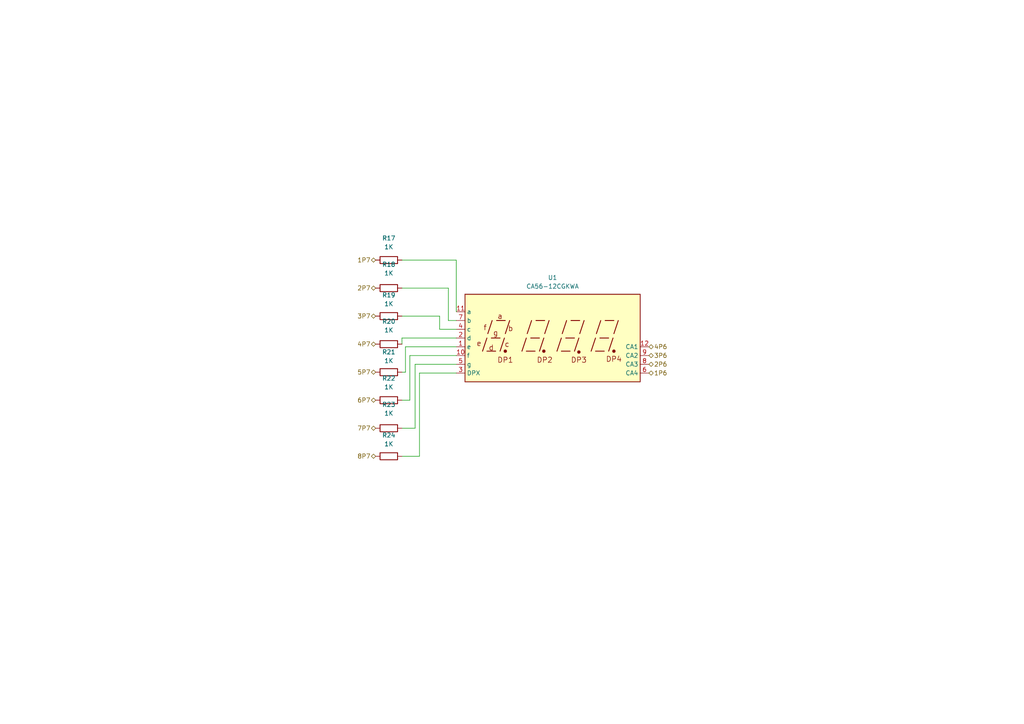
<source format=kicad_sch>
(kicad_sch (version 20230121) (generator eeschema)
  (paper "A4")
  (lib_symbols
    (symbol "Device:R" (pin_numbers hide) (pin_names (offset 0))
      (property "Reference" "R" (at 2.032 0 90))
      (property "Value" "R" (at 0 0 90))
      (symbol "R_0_1"
        (rectangle (start -1.016 -2.54) (end 1.016 2.54) (stroke (width 0.254)))
      )
      (symbol "R_1_1"
        (pin passive line (at 0 3.81 270) (length 1.27) (name "~") (number "1"))
        (pin passive line (at 0 -3.81 90) (length 1.27) (name "~") (number "2"))
      )
    )
    (symbol "Display_Character:CA56-12CGKWA"
      (property "Reference" "U" (at -24.13 13.97 0))
      (property "Value" "CA56-12CGKWA" (at 17.78 13.97 0))
      (symbol "CA56-12CGKWA_0_0"
        (rectangle (start -25.4 12.7) (end 25.4 -12.7) (stroke (width 0.254)) (fill (type background)))
        (polyline (pts (xy -20.32 -3.81) (xy -19.05 0)) (stroke (width 0.254)))
        (polyline (pts (xy -19.05 -3.81) (xy -16.51 -3.81)) (stroke (width 0.254)))
        (polyline (pts (xy -18.796 1.27) (xy -17.526 5.08)) (stroke (width 0.254)))
        (polyline (pts (xy -17.78 0) (xy -15.24 0)) (stroke (width 0.254)))
        (polyline (pts (xy -16.256 5.08) (xy -13.716 5.08)) (stroke (width 0.254)))
        (polyline (pts (xy -15.24 -3.81) (xy -13.97 0)) (stroke (width 0.254)))
        (polyline (pts (xy -13.716 1.27) (xy -12.446 5.08)) (stroke (width 0.254)))
        (polyline (pts (xy -8.89 -3.81) (xy -7.62 0)) (stroke (width 0.254)))
        (polyline (pts (xy -7.62 -3.81) (xy -5.08 -3.81)) (stroke (width 0.254)))
        (polyline (pts (xy -7.366 1.27) (xy -6.096 5.08)) (stroke (width 0.254)))
        (polyline (pts (xy -6.35 0) (xy -3.81 0)) (stroke (width 0.254)))
        (polyline (pts (xy -4.826 5.08) (xy -2.286 5.08)) (stroke (width 0.254)))
        (polyline (pts (xy -3.81 -3.81) (xy -2.54 0)) (stroke (width 0.254)))
        (polyline (pts (xy -2.286 1.27) (xy -1.016 5.08)) (stroke (width 0.254)))
        (polyline (pts (xy 1.27 -3.81) (xy 2.54 0)) (stroke (width 0.254)))
        (polyline (pts (xy 2.54 -3.81) (xy 5.08 -3.81)) (stroke (width 0.254)))
        (polyline (pts (xy 2.794 1.27) (xy 4.064 5.08)) (stroke (width 0.254)))
        (polyline (pts (xy 3.81 0) (xy 6.35 0)) (stroke (width 0.254)))
        (polyline (pts (xy 5.334 5.08) (xy 7.874 5.08)) (stroke (width 0.254)))
        (polyline (pts (xy 6.35 -3.81) (xy 7.62 0)) (stroke (width 0.254)))
        (polyline (pts (xy 7.874 1.27) (xy 9.144 5.08)) (stroke (width 0.254)))
        (polyline (pts (xy 11.176 -3.81) (xy 12.446 0)) (stroke (width 0.254)))
        (polyline (pts (xy 12.446 -3.81) (xy 14.986 -3.81)) (stroke (width 0.254)))
        (polyline (pts (xy 12.7 1.27) (xy 13.97 5.08)) (stroke (width 0.254)))
        (polyline (pts (xy 13.716 0) (xy 16.256 0)) (stroke (width 0.254)))
        (polyline (pts (xy 15.24 5.08) (xy 17.78 5.08)) (stroke (width 0.254)))
        (polyline (pts (xy 16.256 -3.81) (xy 17.526 0)) (stroke (width 0.254)))
        (polyline (pts (xy 17.78 1.27) (xy 19.05 5.08)) (stroke (width 0.254)))
        (text "a" (at -15.24 6.35 0) (effects (font (size 1.524 1.524))))
        (text "b" (at -12.192 2.794 0) (effects (font (size 1.524 1.524))))
        (text "c" (at -13.208 -1.778 0) (effects (font (size 1.524 1.524))))
        (text "d" (at -17.78 -2.794 0) (effects (font (size 1.524 1.524))))
        (text "DP1" (at -13.716 -6.35 0) (effects (font (size 1.524 1.524))))
        (text "DP2" (at -2.286 -6.35 0) (effects (font (size 1.524 1.524))))
        (text "DP3" (at 7.62 -6.35 0) (effects (font (size 1.524 1.524))))
        (text "DP4" (at 17.78 -6.096 0) (effects (font (size 1.524 1.524))))
        (text "e" (at -21.336 -1.524 0) (effects (font (size 1.524 1.524))))
        (text "f" (at -19.558 3.048 0) (effects (font (size 1.524 1.524))))
        (text "g" (at -16.51 1.524 0) (effects (font (size 1.524 1.524))))
      )
      (symbol "CA56-12CGKWA_0_1"
        (circle (center -13.716 -3.81) (radius 0.3556) (stroke (width 0.254)) (fill (type outline)))
        (circle (center -2.54 -3.81) (radius 0.3556) (stroke (width 0.254)) (fill (type outline)))
      )
      (symbol "CA56-12CGKWA_1_0"
        (circle (center 7.62 -4.064) (radius 0.3556) (stroke (width 0.254)) (fill (type outline)))
        (circle (center 17.78 -3.81) (radius 0.3556) (stroke (width 0.254)) (fill (type outline)))
      )
      (symbol "CA56-12CGKWA_1_1"
        (pin input line (at -27.94 -2.54 0) (length 2.54) (name "e") (number "1"))
        (pin input line (at -27.94 -5.08 0) (length 2.54) (name "f") (number "10"))
        (pin input line (at -27.94 7.62 0) (length 2.54) (name "a") (number "11"))
        (pin input line (at 27.94 -2.54 180) (length 2.54) (name "CA1") (number "12"))
        (pin input line (at -27.94 0 0) (length 2.54) (name "d") (number "2"))
        (pin input line (at -27.94 -10.16 0) (length 2.54) (name "DPX") (number "3"))
        (pin input line (at -27.94 2.54 0) (length 2.54) (name "c") (number "4"))
        (pin input line (at -27.94 -7.62 0) (length 2.54) (name "g") (number "5"))
        (pin input line (at 27.94 -10.16 180) (length 2.54) (name "CA4") (number "6"))
        (pin input line (at -27.94 5.08 0) (length 2.54) (name "b") (number "7"))
        (pin input line (at 27.94 -7.62 180) (length 2.54) (name "CA3") (number "8"))
        (pin input line (at 27.94 -5.08 180) (length 2.54) (name "CA2") (number "9"))
      )
    )
  )
  (wire (pts (xy 120.396 124.206) (xy 116.586 124.206)))
  (wire (pts (xy 116.586 75.438) (xy 132.334 75.438)))
  (wire (pts (xy 121.666 108.204) (xy 121.666 132.334)))
  (wire (pts (xy 118.872 116.078) (xy 116.586 116.078)))
  (wire (pts (xy 132.334 75.438) (xy 132.334 90.424)))
  (wire (pts (xy 120.396 105.664) (xy 120.396 124.206)))
  (wire (pts (xy 130.048 83.566) (xy 130.048 92.964)))
  (wire (pts (xy 130.048 92.964) (xy 132.334 92.964)))
  (wire (pts (xy 132.334 100.584) (xy 117.602 100.584)))
  (wire (pts (xy 132.334 108.204) (xy 121.666 108.204)))
  (wire (pts (xy 117.602 107.95) (xy 116.586 107.95)))
  (wire (pts (xy 127.508 95.504) (xy 132.334 95.504)))
  (wire (pts (xy 116.586 98.044) (xy 116.586 99.822)))
  (wire (pts (xy 116.586 91.694) (xy 127.508 91.694)))
  (wire (pts (xy 132.334 98.044) (xy 116.586 98.044)))
  (wire (pts (xy 127.508 91.694) (xy 127.508 95.504)))
  (wire (pts (xy 118.872 103.124) (xy 118.872 116.078)))
  (wire (pts (xy 116.586 83.566) (xy 130.048 83.566)))
  (wire (pts (xy 121.666 132.334) (xy 116.586 132.334)))
  (wire (pts (xy 132.334 105.664) (xy 120.396 105.664)))
  (wire (pts (xy 117.602 100.584) (xy 117.602 107.95)))
  (wire (pts (xy 132.334 103.124) (xy 118.872 103.124)))
  (hierarchical_label "4P7" (shape bidirectional) (at 108.966 99.822 180))
  (hierarchical_label "3P7" (shape bidirectional) (at 108.966 91.694 180))
  (hierarchical_label "6P7" (shape bidirectional) (at 108.966 116.078 180))
  (hierarchical_label "1P7" (shape bidirectional) (at 108.966 75.438 180))
  (hierarchical_label "3P6" (shape bidirectional) (at 188.214 103.124 0))
  (hierarchical_label "1P6" (shape bidirectional) (at 188.214 108.204 0))
  (hierarchical_label "2P6" (shape bidirectional) (at 188.214 105.664 0))
  (hierarchical_label "4P6" (shape bidirectional) (at 188.214 100.584 0))
  (hierarchical_label "2P7" (shape bidirectional) (at 108.966 83.566 180))
  (hierarchical_label "5P7" (shape bidirectional) (at 108.966 107.95 180))
  (hierarchical_label "7P7" (shape bidirectional) (at 108.966 124.206 180))
  (hierarchical_label "8P7" (shape bidirectional) (at 108.966 132.334 180))
  (symbol (lib_id "Device:R") (at 112.776 75.438 90) (unit 1)
    (property "Reference" "R17" (at 112.776 69.088 90))
    (property "Value" "1K" (at 112.776 71.628 90))
    (property "Footprint" "Resistor_THT:R_Axial_DIN0207_L6.3mm_D2.5mm_P7.62mm_Horizontal" (effects hide))
  )
  (symbol (lib_id "Device:R") (at 112.776 91.694 90) (unit 1)
    (property "Reference" "R19" (at 112.776 85.598 90))
    (property "Value" "1K" (at 112.776 88.138 90))
    (property "Footprint" "Resistor_THT:R_Axial_DIN0207_L6.3mm_D2.5mm_P7.62mm_Horizontal" (effects hide))
  )
  (symbol (lib_id "Device:R") (at 112.776 124.206 90) (unit 1)
    (property "Reference" "R23" (at 112.776 117.348 90))
    (property "Value" "1K" (at 112.776 119.888 90))
    (property "Footprint" "Resistor_THT:R_Axial_DIN0207_L6.3mm_D2.5mm_P7.62mm_Horizontal" (effects hide))
  )
  (symbol (lib_id "Device:R") (at 112.776 132.334 90) (unit 1)
    (property "Reference" "R24" (at 112.776 126.238 90))
    (property "Value" "1K" (at 112.776 128.778 90))
    (property "Footprint" "Resistor_THT:R_Axial_DIN0207_L6.3mm_D2.5mm_P7.62mm_Horizontal" (effects hide))
  )
  (symbol (lib_id "Device:R") (at 112.776 107.95 90) (unit 1)
    (property "Reference" "R21" (at 112.776 102.108 90))
    (property "Value" "1K" (at 112.776 104.648 90))
    (property "Footprint" "Resistor_THT:R_Axial_DIN0207_L6.3mm_D2.5mm_P7.62mm_Horizontal" (effects hide))
  )
  (symbol (lib_id "Device:R") (at 112.776 99.822 90) (unit 1)
    (property "Reference" "R20" (at 112.776 93.218 90))
    (property "Value" "1K" (at 112.776 95.758 90))
    (property "Footprint" "Resistor_THT:R_Axial_DIN0207_L6.3mm_D2.5mm_P7.62mm_Horizontal" (effects hide))
  )
  (symbol (lib_id "Device:R") (at 112.776 116.078 90) (unit 1)
    (property "Reference" "R22" (at 112.776 109.728 90))
    (property "Value" "1K" (at 112.776 112.268 90))
    (property "Footprint" "Resistor_THT:R_Axial_DIN0207_L6.3mm_D2.5mm_P7.62mm_Horizontal" (effects hide))
  )
  (symbol (lib_id "Display_Character:CA56-12CGKWA") (at 160.274 98.044 0) (unit 1)
    (property "Reference" "U1" (at 160.274 80.518 0))
    (property "Value" "CA56-12CGKWA" (at 160.274 83.058 0))
    (property "Footprint" "Display_7Segment:CA56-12CGKWA" (effects hide))
    (property "Datasheet" "http://www.kingbright.com/attachments/file/psearch/000/00/00/CA56-12CGKWA(Ver.9A).pdf" (effects hide))
  )
  (symbol (lib_id "Device:R") (at 112.776 83.566 90) (unit 1)
    (property "Reference" "R18" (at 112.776 76.708 90))
    (property "Value" "1K" (at 112.776 79.248 90))
    (property "Footprint" "Resistor_THT:R_Axial_DIN0207_L6.3mm_D2.5mm_P7.62mm_Horizontal" (effects hide))
  )
)
</source>
